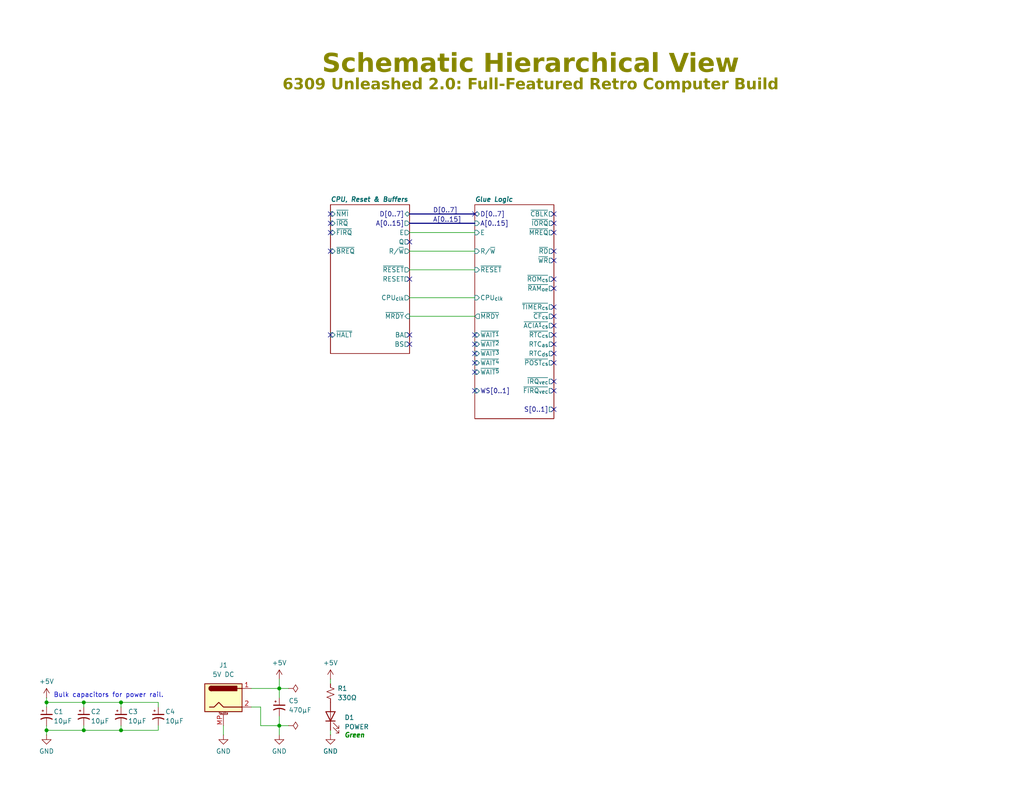
<source format=kicad_sch>
(kicad_sch (version 20250114) (generator "eeschema") (generator_version "9.0")
  (paper "USLetter")
  (title_block (title "6309 Full-Featured Computer") (date "2025-09-13") (rev "2.0") (company "MicroHobbyist") (comment 1 "Frédéric Segard"))
  (lib_symbols
    (symbol "Connector:Barrel_Jack_MountingPin" (pin_names (hide yes))
      (property "Reference" "J" (at 0 5.334 0))
      (property "Value" "Barrel_Jack_MountingPin" (at 1.27 -6.35 0))
      (symbol "Barrel_Jack_MountingPin_0_1"
        (rectangle (start -5.08 3.81) (end 5.08 -3.81) (stroke (width 0.254)) (fill (type background)))
        (polyline (pts (xy -3.81 -2.54) (xy -2.54 -2.54) (xy -1.27 -1.27) (xy 0 -2.54) (xy 2.54 -2.54) (xy 5.08 -2.54)) (stroke (width 0.254)))
        (arc (start -3.302 1.905) (mid -3.9343 2.54) (end -3.302 3.175) (stroke (width 0.254)))
        (arc (start -3.302 1.905) (mid -3.9343 2.54) (end -3.302 3.175) (stroke (width 0.254)) (fill (type outline)))
        (rectangle (start 3.683 3.175) (end -3.302 1.905) (stroke (width 0.254)) (fill (type outline)))
        (polyline (pts (xy 5.08 2.54) (xy 3.81 2.54)) (stroke (width 0.254)))
      )
      (symbol "Barrel_Jack_MountingPin_1_1"
        (polyline (pts (xy -1.016 -4.572) (xy 1.016 -4.572)) (stroke (width 0.1524)))
        (text "Mounting" (at 0 -4.191 0) (effects (font (size 0.381 0.381))))
        (pin passive line (at 0 -7.62 90) (length 3.048) (name "MountPin") (number "MP"))
        (pin passive line (at 7.62 2.54 180) (length 2.54) (name "~") (number "1"))
        (pin passive line (at 7.62 -2.54 180) (length 2.54) (name "~") (number "2"))
      )
    )
    (symbol "Device:C_Polarized_Small_US" (pin_numbers (hide yes)) (pin_names (offset 0.254) (hide yes))
      (property "Reference" "C" (at 0.254 1.778 0))
      (property "Value" "C_Polarized_Small_US" (at 0.254 -2.032 0))
      (symbol "C_Polarized_Small_US_0_1"
        (polyline (pts (xy -1.524 0.508) (xy 1.524 0.508)) (stroke (width 0.3048)))
        (polyline (pts (xy -1.27 1.524) (xy -0.762 1.524)))
        (polyline (pts (xy -1.016 1.27) (xy -1.016 1.778)))
        (arc (start -1.524 -0.762) (mid 0 -0.3734) (end 1.524 -0.762) (stroke (width 0.3048)))
      )
      (symbol "C_Polarized_Small_US_1_1"
        (pin passive line (at 0 2.54 270) (length 2.032) (name "~") (number "1"))
        (pin passive line (at 0 -2.54 90) (length 2.032) (name "~") (number "2"))
      )
    )
    (symbol "Device:LED" (pin_numbers (hide yes)) (pin_names (offset 1.016) (hide yes))
      (property "Reference" "D" (at 0 2.54 0))
      (property "Value" "LED" (at 0 -2.54 0))
      (symbol "LED_0_1"
        (polyline (pts (xy -3.048 -0.762) (xy -4.572 -2.286) (xy -3.81 -2.286) (xy -4.572 -2.286) (xy -4.572 -1.524)))
        (polyline (pts (xy -1.778 -0.762) (xy -3.302 -2.286) (xy -2.54 -2.286) (xy -3.302 -2.286) (xy -3.302 -1.524)))
        (polyline (pts (xy -1.27 0) (xy 1.27 0)))
        (polyline (pts (xy -1.27 -1.27) (xy -1.27 1.27)) (stroke (width 0.254)))
        (polyline (pts (xy 1.27 -1.27) (xy 1.27 1.27) (xy -1.27 0) (xy 1.27 -1.27)) (stroke (width 0.254)))
      )
      (symbol "LED_1_1"
        (pin passive line (at -3.81 0 0) (length 2.54) (name "K") (number "1"))
        (pin passive line (at 3.81 0 180) (length 2.54) (name "A") (number "2"))
      )
    )
    (symbol "Device:R_Small_US" (pin_numbers (hide yes)) (pin_names (offset 0.254) (hide yes))
      (property "Reference" "R" (at 0.762 0.508 0))
      (property "Value" "R_Small_US" (at 0.762 -1.016 0))
      (symbol "R_Small_US_1_1"
        (polyline (pts (xy 0 1.524) (xy 1.016 1.143) (xy 0 0.762) (xy -1.016 0.381) (xy 0 0)))
        (polyline (pts (xy 0 0) (xy 1.016 -0.381) (xy 0 -0.762) (xy -1.016 -1.143) (xy 0 -1.524)))
        (pin passive line (at 0 2.54 270) (length 1.016) (name "~") (number "1"))
        (pin passive line (at 0 -2.54 90) (length 1.016) (name "~") (number "2"))
      )
    )
    (symbol "power:+5V" (power) (pin_numbers (hide yes)) (pin_names (offset 0) (hide yes))
      (property "Value" "+5V" (at 0 3.556 0))
      (symbol "+5V_0_1"
        (polyline (pts (xy -0.762 1.27) (xy 0 2.54)))
        (polyline (pts (xy 0 2.54) (xy 0.762 1.27)))
        (polyline (pts (xy 0 0) (xy 0 2.54)))
      )
      (symbol "+5V_1_1"
        (pin power_in line (at 0 0 90) (length 0) (name "~") (number "1"))
      )
    )
    (symbol "power:GND" (power) (pin_numbers (hide yes)) (pin_names (offset 0) (hide yes))
      (property "Value" "GND" (at 0 -3.81 0))
      (symbol "GND_0_1"
        (polyline (pts (xy 0 0) (xy 0 -1.27) (xy 1.27 -1.27) (xy 0 -2.54) (xy -1.27 -1.27) (xy 0 -1.27)))
      )
      (symbol "GND_1_1"
        (pin power_in line (at 0 0 270) (length 0) (name "~") (number "1"))
      )
    )
    (symbol "power:PWR_FLAG" (power) (pin_numbers (hide yes)) (pin_names (offset 0) (hide yes))
      (property "Value" "PWR_FLAG" (at 0 3.81 0))
      (symbol "PWR_FLAG_0_0"
        (pin power_out line (at 0 0 90) (length 0) (name "~") (number "1"))
      )
      (symbol "PWR_FLAG_0_1"
        (polyline (pts (xy 0 0) (xy 0 1.27) (xy -1.016 1.905) (xy 0 2.54) (xy 1.016 1.905) (xy 0 1.27)))
      )
    )
  )
  (text "6309 Unleashed 2.0: Full-Featured Retro Computer Build" (at 144.78 24.13 0) (effects (font (size 3.0226 3.0226) (bold yes) (italic yes))))
  (text "Schematic Hierarchical View" (at 144.78 19.05 0) (effects (font (size 5.08 5.08))))
  (text "Bulk capacitors for power rail." (at 14.605 189.865 0) (effects (font (size 1.27 1.27)) (justify left)))
  (junction (at 22.86 199.39))
  (junction (at 22.86 191.77))
  (junction (at 12.7 191.77))
  (junction (at 33.02 199.39))
  (junction (at 76.2 187.96))
  (junction (at 12.7 199.39))
  (junction (at 76.2 198.12))
  (junction (at 33.02 191.77))
  (no_connect (at 129.54 93.98))
  (no_connect (at 151.13 58.42))
  (no_connect (at 151.13 83.82))
  (no_connect (at 151.13 91.44))
  (no_connect (at 151.13 78.74))
  (no_connect (at 151.13 63.5))
  (no_connect (at 129.54 96.52))
  (no_connect (at 151.13 106.68))
  (no_connect (at 90.17 68.58))
  (no_connect (at 151.13 76.2))
  (no_connect (at 129.54 106.68))
  (no_connect (at 129.54 91.44))
  (no_connect (at 151.13 93.98))
  (no_connect (at 151.13 96.52))
  (no_connect (at 129.54 101.6))
  (no_connect (at 111.76 76.2))
  (no_connect (at 151.13 60.96))
  (no_connect (at 90.17 63.5))
  (no_connect (at 111.76 93.98))
  (no_connect (at 151.13 71.12))
  (no_connect (at 129.54 58.42))
  (no_connect (at 151.13 86.36))
  (no_connect (at 111.76 91.44))
  (no_connect (at 90.17 58.42))
  (no_connect (at 129.54 99.06))
  (no_connect (at 90.17 91.44))
  (no_connect (at 151.13 111.76))
  (no_connect (at 151.13 88.9))
  (no_connect (at 90.17 60.96))
  (no_connect (at 151.13 68.58))
  (no_connect (at 151.13 104.14))
  (no_connect (at 111.76 66.04))
  (no_connect (at 151.13 99.06))
  (wire (pts (xy 33.02 198.12) (xy 33.02 199.39)))
  (wire (pts (xy 33.02 191.77) (xy 33.02 193.04)))
  (wire (pts (xy 111.76 63.5) (xy 129.54 63.5)))
  (wire (pts (xy 22.86 191.77) (xy 33.02 191.77)))
  (wire (pts (xy 90.17 185.42) (xy 90.17 186.69)))
  (wire (pts (xy 76.2 187.96) (xy 76.2 190.5)))
  (bus (pts (xy 111.76 60.96) (xy 129.54 60.96)))
  (wire (pts (xy 111.76 68.58) (xy 129.54 68.58)))
  (wire (pts (xy 71.12 193.04) (xy 71.12 198.12)))
  (wire (pts (xy 111.76 81.28) (xy 129.54 81.28)))
  (wire (pts (xy 68.58 187.96) (xy 76.2 187.96)))
  (wire (pts (xy 76.2 195.58) (xy 76.2 198.12)))
  (wire (pts (xy 33.02 191.77) (xy 43.18 191.77)))
  (wire (pts (xy 33.02 199.39) (xy 43.18 199.39)))
  (wire (pts (xy 111.76 86.36) (xy 129.54 86.36)))
  (wire (pts (xy 76.2 185.42) (xy 76.2 187.96)))
  (wire (pts (xy 43.18 198.12) (xy 43.18 199.39)))
  (wire (pts (xy 71.12 198.12) (xy 76.2 198.12)))
  (wire (pts (xy 78.74 198.12) (xy 76.2 198.12)))
  (wire (pts (xy 22.86 198.12) (xy 22.86 199.39)))
  (wire (pts (xy 78.74 187.96) (xy 76.2 187.96)))
  (wire (pts (xy 68.58 193.04) (xy 71.12 193.04)))
  (bus (pts (xy 111.76 58.42) (xy 129.54 58.42)))
  (wire (pts (xy 60.96 200.66) (xy 60.96 198.12)))
  (wire (pts (xy 22.86 191.77) (xy 22.86 193.04)))
  (wire (pts (xy 76.2 198.12) (xy 76.2 200.66)))
  (wire (pts (xy 43.18 191.77) (xy 43.18 193.04)))
  (wire (pts (xy 12.7 198.12) (xy 12.7 199.39)))
  (wire (pts (xy 12.7 190.5) (xy 12.7 191.77)))
  (wire (pts (xy 12.7 199.39) (xy 12.7 200.66)))
  (wire (pts (xy 90.17 199.39) (xy 90.17 200.66)))
  (wire (pts (xy 111.76 73.66) (xy 129.54 73.66)))
  (wire (pts (xy 12.7 191.77) (xy 22.86 191.77)))
  (wire (pts (xy 12.7 191.77) (xy 12.7 193.04)))
  (wire (pts (xy 22.86 199.39) (xy 33.02 199.39)))
  (wire (pts (xy 12.7 199.39) (xy 22.86 199.39)))
  (label "D[0..7]" (at 118.11 58.42 0))
  (label "A[0..15]" (at 118.11 60.96 0))
  (symbol (lib_id "power:GND") (at 76.2 200.66 0) (unit 1)
    (property "Reference" "#PWR05" (effects (hide yes)))
    (property "Value" "GND" (at 76.2 205.105 0))
    (property "Description" "Power symbol creates a global label with name \"GND\" , ground" (effects (hide yes)))
  )
  (symbol (lib_id "Device:LED") (at 90.17 195.58 90) (unit 1)
    (property "Reference" "D1" (at 93.98 195.8974 90) (effects (justify right)))
    (property "Value" "POWER" (at 93.98 198.4374 90) (effects (justify right)))
    (property "Description" "Light emitting diode" (effects (hide yes)))
    (property "Color" "Green" (at 93.98 200.66 90) (effects (font (thickness 0.254) (bold yes) (italic yes)) (justify right)))
  )
  (symbol (lib_id "Device:C_Polarized_Small_US") (at 33.02 195.58 0) (unit 1)
    (property "Reference" "C3" (at 34.925 194.31 0) (effects (justify left)))
    (property "Value" "10µF" (at 34.925 196.85 0) (effects (justify left)))
    (property "Description" "Polarized capacitor, small US symbol" (effects (hide yes)))
  )
  (symbol (lib_id "power:+5V") (at 76.2 185.42 0) (unit 1)
    (property "Reference" "#PWR04" (effects (hide yes)))
    (property "Value" "+5V" (at 76.2 180.975 0))
    (property "Description" "Power symbol creates a global label with name \"+5V\"" (effects (hide yes)))
  )
  (symbol (lib_id "Device:C_Polarized_Small_US") (at 22.86 195.58 0) (unit 1)
    (property "Reference" "C2" (at 24.765 194.31 0) (effects (justify left)))
    (property "Value" "10µF" (at 24.765 196.85 0) (effects (justify left)))
    (property "Description" "Polarized capacitor, small US symbol" (effects (hide yes)))
  )
  (symbol (lib_id "Device:R_Small_US") (at 90.17 189.23 0) (unit 1)
    (property "Reference" "R1" (at 92.075 187.96 0) (effects (justify left)))
    (property "Value" "330Ω" (at 92.075 190.5 0) (effects (justify left)))
    (property "Description" "Resistor, small US symbol" (effects (hide yes)))
  )
  (symbol (lib_id "Device:C_Polarized_Small_US") (at 12.7 195.58 0) (unit 1)
    (property "Reference" "C1" (at 14.605 194.31 0) (effects (justify left)))
    (property "Value" "10µF" (at 14.605 196.85 0) (effects (justify left)))
    (property "Description" "Polarized capacitor, small US symbol" (effects (hide yes)))
  )
  (symbol (lib_id "power:GND") (at 60.96 200.66 0) (unit 1)
    (property "Reference" "#PWR03" (effects (hide yes)))
    (property "Value" "GND" (at 60.96 205.105 0))
    (property "Description" "Power symbol creates a global label with name \"GND\" , ground" (effects (hide yes)))
  )
  (symbol (lib_id "power:PWR_FLAG") (at 78.74 187.96 270) (unit 1)
    (property "Reference" "#FLG01" (effects (hide yes)))
    (property "Value" "PWR_FLAG" (effects (hide yes)))
    (property "Description" "Special symbol for telling ERC where power comes from" (effects (hide yes)))
  )
  (symbol (lib_id "power:GND") (at 90.17 200.66 0) (unit 1)
    (property "Reference" "#PWR07" (effects (hide yes)))
    (property "Value" "GND" (at 90.17 205.105 0))
    (property "Description" "Power symbol creates a global label with name \"GND\" , ground" (effects (hide yes)))
  )
  (symbol (lib_id "power:PWR_FLAG") (at 78.74 198.12 270) (unit 1)
    (property "Reference" "#FLG02" (effects (hide yes)))
    (property "Value" "PWR_FLAG" (effects (hide yes)))
    (property "Description" "Special symbol for telling ERC where power comes from" (effects (hide yes)))
  )
  (symbol (lib_id "power:GND") (at 12.7 200.66 0) (unit 1)
    (property "Reference" "#PWR02" (effects (hide yes)))
    (property "Value" "GND" (at 12.7 205.105 0))
    (property "Description" "Power symbol creates a global label with name \"GND\" , ground" (effects (hide yes)))
  )
  (symbol (lib_id "power:+5V") (at 12.7 190.5 0) (unit 1)
    (property "Reference" "#PWR01" (effects (hide yes)))
    (property "Value" "+5V" (at 12.7 186.055 0))
    (property "Description" "Power symbol creates a global label with name \"+5V\"" (effects (hide yes)))
  )
  (symbol (lib_id "Device:C_Polarized_Small_US") (at 43.18 195.58 0) (unit 1)
    (property "Reference" "C4" (at 45.085 194.31 0) (effects (justify left)))
    (property "Value" "10µF" (at 45.085 196.85 0) (effects (justify left)))
    (property "Description" "Polarized capacitor, small US symbol" (effects (hide yes)))
  )
  (symbol (lib_id "Connector:Barrel_Jack_MountingPin") (at 60.96 190.5 0) (unit 1)
    (property "Reference" "J1" (at 60.96 181.61 0))
    (property "Value" "5V DC" (at 60.96 184.15 0))
    (property "Description" "DC Barrel Jack with a mounting pin" (effects (hide yes)))
  )
  (symbol (lib_id "power:+5V") (at 90.17 185.42 0) (unit 1)
    (property "Reference" "#PWR06" (effects (hide yes)))
    (property "Value" "+5V" (at 90.17 180.975 0))
    (property "Description" "Power symbol creates a global label with name \"+5V\"" (effects (hide yes)))
  )
  (symbol (lib_id "Device:C_Polarized_Small_US") (at 76.2 193.04 0) (unit 1)
    (property "Reference" "C5" (at 78.74 191.3381 0) (effects (justify left)))
    (property "Value" "470µF" (at 78.74 193.8781 0) (effects (justify left)))
    (property "Description" "Polarized capacitor, small US symbol" (effects (hide yes)))
  )
  (sheet (at 90.17 55.88) (size 21.59 40.64) (stroke (width 0.1524))
    (property "Sheetname" "CPU, Reset & Buffers" (at 90.17 55.1684 0) (effects (font (thickness 0.254) (bold yes) (italic yes)) (justify left bottom)))
    (property "Sheetfile" "CPU_RESET_BUFFERS.kicad_sch" (effects (hide yes)))
    (pin "RESET" output (at 111.76 76.2 0))
    (pin "~{RESET}" output (at 111.76 73.66 0))
    (pin "~{IRQ}" input (at 90.17 60.96 180))
    (pin "A[0..15]" output (at 111.76 60.96 0))
    (pin "~{HALT}" input (at 90.17 91.44 180))
    (pin "BS" output (at 111.76 93.98 0))
    (pin "R{slash}~{W}" output (at 111.76 68.58 0))
    (pin "E" output (at 111.76 63.5 0))
    (pin "~{MRDY}" input (at 111.76 86.36 0))
    (pin "Q" output (at 111.76 66.04 0))
    (pin "~{FIRQ}" input (at 90.17 63.5 180))
    (pin "BA" output (at 111.76 91.44 0))
    (pin "~{NMI}" input (at 90.17 58.42 180))
    (pin "D[0..7]" bidirectional (at 111.76 58.42 0))
    (pin "~{BREQ}" input (at 90.17 68.58 180))
    (pin "CPU_{clk}" output (at 111.76 81.28 0))
  )
  (sheet (at 129.54 55.88) (size 21.59 58.42) (stroke (width 0.1524))
    (property "Sheetname" "Glue Logic" (at 129.54 55.1684 0) (effects (font (thickness 0.254) (bold yes) (italic yes)) (justify left bottom)))
    (property "Sheetfile" "Glue.kicad_sch" (effects (hide yes)))
    (pin "~{RESET}" input (at 129.54 73.66 180))
    (pin "~{WR}" output (at 151.13 71.12 0))
    (pin "~{RD}" output (at 151.13 68.58 0))
    (pin "R{slash}~{W}" input (at 129.54 68.58 180))
    (pin "~{RAM_{oe}}" output (at 151.13 78.74 0))
    (pin "~{ROM_{cs}}" output (at 151.13 76.2 0))
    (pin "A[0..15]" input (at 129.54 60.96 180))
    (pin "~{MREQ}" output (at 151.13 63.5 0))
    (pin "E" input (at 129.54 63.5 180))
    (pin "~{IORQ}" output (at 151.13 60.96 0))
    (pin "D[0..7]" bidirectional (at 129.54 58.42 180))
    (pin "~{MRDY}" output (at 129.54 86.36 180))
    (pin "WS[0..1]" input (at 129.54 106.68 180))
    (pin "~{TIMER_{cs}}" output (at 151.13 83.82 0))
    (pin "~{CF_{cs}}" output (at 151.13 86.36 0))
    (pin "~{ACIA^{1}_{cs}}" output (at 151.13 88.9 0))
    (pin "~{CBLK}" output (at 151.13 58.42 0))
    (pin "~{WAIT^{2}}" input (at 129.54 93.98 180))
    (pin "~{WAIT^{4}}" input (at 129.54 99.06 180))
    (pin "~{WAIT^{5}}" input (at 129.54 101.6 180))
    (pin "CPU_{clk}" input (at 129.54 81.28 180))
    (pin "S[0..1]" output (at 151.13 111.76 0))
    (pin "~{WAIT^{1}}" input (at 129.54 91.44 180))
    (pin "~{WAIT^{3}}" input (at 129.54 96.52 180))
    (pin "RTC_{as}" output (at 151.13 93.98 0))
    (pin "~{RTC_{cs}}" output (at 151.13 91.44 0))
    (pin "~{IRQ_{vec}}" output (at 151.13 104.14 0))
    (pin "~{FIRQ_{vec}}" output (at 151.13 106.68 0))
    (pin "RTC_{ds}" output (at 151.13 96.52 0))
    (pin "~{POST_{cs}}" output (at 151.13 99.06 0))
  )
)
</source>
